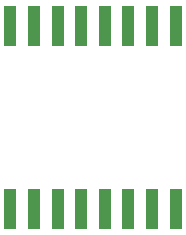
<source format=gbr>
%TF.GenerationSoftware,Altium Limited,Altium Designer,25.2.1 (25)*%
G04 Layer_Color=8421504*
%FSLAX45Y45*%
%MOMM*%
%TF.SameCoordinates,E14999F2-3F76-4230-806F-2BB8C5B8D12E*%
%TF.FilePolarity,Positive*%
%TF.FileFunction,Paste,Top*%
%TF.Part,Single*%
G01*
G75*
%TA.AperFunction,SMDPad,CuDef*%
%ADD10R,1.00000X3.50000*%
D10*
X4224250Y3607100D02*
D03*
X4024250D02*
D03*
X3824250D02*
D03*
X3624250D02*
D03*
X3424250D02*
D03*
X3224250D02*
D03*
X3024250D02*
D03*
X2824250D02*
D03*
Y2057100D02*
D03*
X3024250D02*
D03*
X3224250D02*
D03*
X3424250D02*
D03*
X3624250D02*
D03*
X3824250D02*
D03*
X4024250D02*
D03*
X4224250D02*
D03*
%TF.MD5,162a8bed27ef35fe106d65ea7d993ea2*%
M02*

</source>
